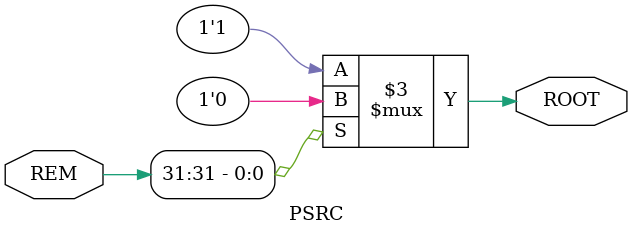
<source format=sv>

module PSRC(
	input  logic [31:0] REM,	// Calculated Remainder  
	output logic        ROOT	// Computed digit of root
);


always_comb begin
// Check value and set root
	if (REM[31]) begin 
		ROOT = 0;
	end else begin 
		ROOT = 1;
	end
end
endmodule

</source>
